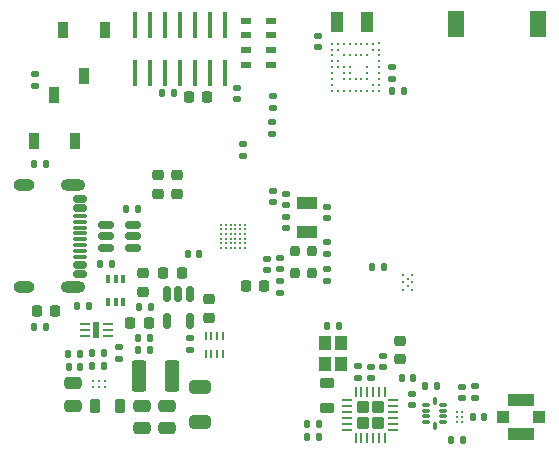
<source format=gtp>
G04 #@! TF.GenerationSoftware,KiCad,Pcbnew,8.0.1*
G04 #@! TF.CreationDate,2024-09-12T17:06:28-04:00*
G04 #@! TF.ProjectId,Digital,44696769-7461-46c2-9e6b-696361645f70,rev?*
G04 #@! TF.SameCoordinates,Original*
G04 #@! TF.FileFunction,Paste,Top*
G04 #@! TF.FilePolarity,Positive*
%FSLAX46Y46*%
G04 Gerber Fmt 4.6, Leading zero omitted, Abs format (unit mm)*
G04 Created by KiCad (PCBNEW 8.0.1) date 2024-09-12 17:06:28*
%MOMM*%
%LPD*%
G01*
G04 APERTURE LIST*
G04 Aperture macros list*
%AMRoundRect*
0 Rectangle with rounded corners*
0 $1 Rounding radius*
0 $2 $3 $4 $5 $6 $7 $8 $9 X,Y pos of 4 corners*
0 Add a 4 corners polygon primitive as box body*
4,1,4,$2,$3,$4,$5,$6,$7,$8,$9,$2,$3,0*
0 Add four circle primitives for the rounded corners*
1,1,$1+$1,$2,$3*
1,1,$1+$1,$4,$5*
1,1,$1+$1,$6,$7*
1,1,$1+$1,$8,$9*
0 Add four rect primitives between the rounded corners*
20,1,$1+$1,$2,$3,$4,$5,0*
20,1,$1+$1,$4,$5,$6,$7,0*
20,1,$1+$1,$6,$7,$8,$9,0*
20,1,$1+$1,$8,$9,$2,$3,0*%
G04 Aperture macros list end*
%ADD10C,0.270000*%
%ADD11RoundRect,0.218750X-0.218750X-0.381250X0.218750X-0.381250X0.218750X0.381250X-0.218750X0.381250X0*%
%ADD12RoundRect,0.225000X0.250000X-0.225000X0.250000X0.225000X-0.250000X0.225000X-0.250000X-0.225000X0*%
%ADD13RoundRect,0.135000X-0.135000X-0.185000X0.135000X-0.185000X0.135000X0.185000X-0.135000X0.185000X0*%
%ADD14R,0.950000X0.550000*%
%ADD15C,0.200000*%
%ADD16RoundRect,0.140000X-0.170000X0.140000X-0.170000X-0.140000X0.170000X-0.140000X0.170000X0.140000X0*%
%ADD17C,0.250000*%
%ADD18R,1.000000X1.150000*%
%ADD19RoundRect,0.135000X0.185000X-0.135000X0.185000X0.135000X-0.185000X0.135000X-0.185000X-0.135000X0*%
%ADD20RoundRect,0.140000X0.140000X0.170000X-0.140000X0.170000X-0.140000X-0.170000X0.140000X-0.170000X0*%
%ADD21RoundRect,0.225000X0.225000X0.250000X-0.225000X0.250000X-0.225000X-0.250000X0.225000X-0.250000X0*%
%ADD22RoundRect,0.135000X0.135000X0.185000X-0.135000X0.185000X-0.135000X-0.185000X0.135000X-0.185000X0*%
%ADD23R,1.000000X1.000000*%
%ADD24R,2.200000X1.050000*%
%ADD25RoundRect,0.140000X-0.140000X-0.170000X0.140000X-0.170000X0.140000X0.170000X-0.140000X0.170000X0*%
%ADD26RoundRect,0.150000X-0.150000X0.512500X-0.150000X-0.512500X0.150000X-0.512500X0.150000X0.512500X0*%
%ADD27R,0.811200X1.406398*%
%ADD28RoundRect,0.140000X0.170000X-0.140000X0.170000X0.140000X-0.170000X0.140000X-0.170000X-0.140000X0*%
%ADD29R,1.362800X2.259800*%
%ADD30RoundRect,0.150000X0.512500X0.150000X-0.512500X0.150000X-0.512500X-0.150000X0.512500X-0.150000X0*%
%ADD31RoundRect,0.135000X-0.185000X0.135000X-0.185000X-0.135000X0.185000X-0.135000X0.185000X0.135000X0*%
%ADD32RoundRect,0.218750X0.218750X0.256250X-0.218750X0.256250X-0.218750X-0.256250X0.218750X-0.256250X0*%
%ADD33RoundRect,0.225000X-0.250000X0.225000X-0.250000X-0.225000X0.250000X-0.225000X0.250000X0.225000X0*%
%ADD34R,0.804800X0.249200*%
%ADD35R,0.610000X1.420000*%
%ADD36RoundRect,0.250000X-0.475000X0.250000X-0.475000X-0.250000X0.475000X-0.250000X0.475000X0.250000X0*%
%ADD37R,0.228600X0.711200*%
%ADD38RoundRect,0.250000X-0.275000X0.275000X-0.275000X-0.275000X0.275000X-0.275000X0.275000X0.275000X0*%
%ADD39RoundRect,0.062500X-0.062500X0.350000X-0.062500X-0.350000X0.062500X-0.350000X0.062500X0.350000X0*%
%ADD40RoundRect,0.062500X-0.350000X0.062500X-0.350000X-0.062500X0.350000X-0.062500X0.350000X0.062500X0*%
%ADD41RoundRect,0.218750X-0.381250X0.218750X-0.381250X-0.218750X0.381250X-0.218750X0.381250X0.218750X0*%
%ADD42C,0.279400*%
%ADD43RoundRect,0.100000X-0.100000X0.225000X-0.100000X-0.225000X0.100000X-0.225000X0.100000X0.225000X0*%
%ADD44RoundRect,0.147500X-0.172500X0.147500X-0.172500X-0.147500X0.172500X-0.147500X0.172500X0.147500X0*%
%ADD45RoundRect,0.225000X-0.225000X-0.250000X0.225000X-0.250000X0.225000X0.250000X-0.225000X0.250000X0*%
%ADD46RoundRect,0.200000X0.200000X0.250000X-0.200000X0.250000X-0.200000X-0.250000X0.200000X-0.250000X0*%
%ADD47R,0.356400X2.177999*%
%ADD48RoundRect,0.075000X-0.225000X-0.075000X0.225000X-0.075000X0.225000X0.075000X-0.225000X0.075000X0*%
%ADD49RoundRect,0.075000X-0.075000X-0.237500X0.075000X-0.237500X0.075000X0.237500X-0.075000X0.237500X0*%
%ADD50R,1.000000X1.800000*%
%ADD51RoundRect,0.150000X-0.425000X0.150000X-0.425000X-0.150000X0.425000X-0.150000X0.425000X0.150000X0*%
%ADD52RoundRect,0.075000X-0.500000X0.075000X-0.500000X-0.075000X0.500000X-0.075000X0.500000X0.075000X0*%
%ADD53O,2.100000X1.000000*%
%ADD54O,1.800000X1.000000*%
%ADD55R,1.800000X1.000000*%
%ADD56RoundRect,0.250000X-0.650000X0.325000X-0.650000X-0.325000X0.650000X-0.325000X0.650000X0.325000X0*%
%ADD57RoundRect,0.250000X-0.375000X-1.075000X0.375000X-1.075000X0.375000X1.075000X-0.375000X1.075000X0*%
G04 APERTURE END LIST*
D10*
X178000000Y-117680000D03*
X178500000Y-117680000D03*
X179000000Y-117680000D03*
X179500000Y-117680000D03*
X180000000Y-117680000D03*
X180500000Y-117680000D03*
X181000000Y-117680000D03*
X181500000Y-117680000D03*
X182010711Y-117668389D03*
X178000000Y-118180000D03*
X178500000Y-118180000D03*
X181500000Y-118180000D03*
X182000000Y-118180000D03*
X178000000Y-118680000D03*
X179000000Y-118680000D03*
X179500000Y-118680000D03*
X180000000Y-118680000D03*
X180500000Y-118680000D03*
X181000000Y-118680000D03*
X182000000Y-118680000D03*
X178000000Y-119180000D03*
X178500000Y-119180000D03*
X182000000Y-119180000D03*
X178000000Y-119680000D03*
X178500000Y-119680000D03*
X179000000Y-119680000D03*
X179500000Y-119680000D03*
X181000000Y-119680000D03*
X182000000Y-119680000D03*
X178000000Y-120180000D03*
X179000000Y-120180000D03*
X179500000Y-120180000D03*
X181000000Y-120180000D03*
X182000000Y-120180000D03*
X178000000Y-120680000D03*
X179000000Y-120680000D03*
X179500000Y-120680000D03*
X180000000Y-120680000D03*
X180500000Y-120680000D03*
X181000000Y-120680000D03*
X182000000Y-120680000D03*
X178000000Y-121180000D03*
X181500000Y-121180000D03*
X182000000Y-121180000D03*
X178000000Y-121680000D03*
X178500000Y-121680000D03*
X179000000Y-121680000D03*
X179500000Y-121680000D03*
X180000000Y-121680000D03*
X180500000Y-121680000D03*
X181000000Y-121680000D03*
X181500000Y-121680000D03*
X182000000Y-121680000D03*
D11*
X157937500Y-148400000D03*
X160062500Y-148400000D03*
D12*
X163300000Y-130375000D03*
X163300000Y-128825000D03*
D13*
X158390000Y-136300000D03*
X159410000Y-136300000D03*
D14*
X172875000Y-119475000D03*
X172875000Y-118225000D03*
X172875000Y-116975000D03*
X172875000Y-115725000D03*
X170725000Y-115725000D03*
X170725000Y-116975000D03*
X170725000Y-118225000D03*
X170725000Y-119475000D03*
D15*
X184800000Y-138500000D03*
X184000000Y-138500000D03*
X184400000Y-138200000D03*
X184800000Y-137900000D03*
X184000000Y-137900000D03*
X184400000Y-137600000D03*
X184800000Y-137300000D03*
X184000000Y-137300000D03*
D16*
X174100000Y-130420000D03*
X174100000Y-131380000D03*
D17*
X188600000Y-148900000D03*
X188600000Y-149300000D03*
X188600000Y-149700000D03*
X189000000Y-148900000D03*
X189000000Y-149300000D03*
X189000000Y-149700000D03*
D18*
X177400000Y-143025000D03*
X177400000Y-144775000D03*
X178800000Y-144775000D03*
X178800000Y-143025000D03*
D19*
X160000000Y-144410000D03*
X160000000Y-143390000D03*
D20*
X176880000Y-149900000D03*
X175920000Y-149900000D03*
D13*
X157690000Y-145000000D03*
X158710000Y-145000000D03*
D20*
X176880000Y-151000000D03*
X175920000Y-151000000D03*
D21*
X167450000Y-122200000D03*
X165900000Y-122200000D03*
D17*
X168618200Y-133000000D03*
X169018200Y-133000000D03*
X169418200Y-133000000D03*
X169818200Y-133000000D03*
X170218200Y-133000000D03*
X170618200Y-133000000D03*
X168618200Y-133400000D03*
X169018200Y-133400000D03*
X169418200Y-133400000D03*
X169818200Y-133400000D03*
X170218200Y-133400000D03*
X170618200Y-133400000D03*
X168618200Y-133800000D03*
X169018200Y-133800000D03*
X169418200Y-133800000D03*
X169818200Y-133800000D03*
X170218200Y-133800000D03*
X170618200Y-133800000D03*
X168618200Y-134200000D03*
X169018200Y-134200000D03*
X169418200Y-134200000D03*
X169818200Y-134200000D03*
X170218200Y-134200000D03*
X170618200Y-134200000D03*
X168618200Y-134600000D03*
X169018200Y-134600000D03*
X169418200Y-134600000D03*
X169818200Y-134600000D03*
X170218200Y-134600000D03*
X170618200Y-134600000D03*
X168618200Y-135000000D03*
X169018200Y-135000000D03*
X169418200Y-135000000D03*
X169818200Y-135000000D03*
X170218200Y-135000000D03*
X170618200Y-135000000D03*
D22*
X162610000Y-142600000D03*
X161590000Y-142600000D03*
X162710000Y-140000000D03*
X161690000Y-140000000D03*
D23*
X192500000Y-149300000D03*
D24*
X194000000Y-147825000D03*
D23*
X195500000Y-149300000D03*
D24*
X194000000Y-150775000D03*
D25*
X189920000Y-149300000D03*
X190880000Y-149300000D03*
D26*
X165950000Y-138862500D03*
X165000000Y-138862500D03*
X164050000Y-138862500D03*
X164050000Y-141137500D03*
X165950000Y-141137500D03*
D12*
X164900000Y-130375000D03*
X164900000Y-128825000D03*
D13*
X163590000Y-121900000D03*
X164610000Y-121900000D03*
D20*
X184880000Y-146000000D03*
X183920000Y-146000000D03*
D27*
X152749998Y-125942300D03*
X156250002Y-125942300D03*
X154500000Y-122057700D03*
D20*
X178580000Y-141600000D03*
X177620000Y-141600000D03*
D28*
X182300000Y-145080000D03*
X182300000Y-144120000D03*
D29*
X195462701Y-116000000D03*
X188537299Y-116000000D03*
D16*
X173600000Y-137820000D03*
X173600000Y-138780000D03*
D19*
X173000000Y-123110000D03*
X173000000Y-122090000D03*
X190100000Y-147710000D03*
X190100000Y-146690000D03*
D30*
X161137500Y-134950000D03*
X161137500Y-134000000D03*
X161137500Y-133050000D03*
X158862500Y-133050000D03*
X158862500Y-134000000D03*
X158862500Y-134950000D03*
D31*
X166000000Y-142590000D03*
X166000000Y-143610000D03*
D19*
X177600000Y-135510000D03*
X177600000Y-134490000D03*
D32*
X154587500Y-140300000D03*
X153012500Y-140300000D03*
D22*
X153810000Y-127900000D03*
X152790000Y-127900000D03*
D33*
X162000000Y-137125000D03*
X162000000Y-138675000D03*
D28*
X173000000Y-131080000D03*
X173000000Y-130120000D03*
D20*
X182380000Y-136600000D03*
X181420000Y-136600000D03*
D27*
X158750002Y-116500000D03*
X155249998Y-116500000D03*
X157000000Y-120384600D03*
D16*
X170000000Y-121420000D03*
X170000000Y-122380000D03*
D28*
X176800000Y-117960000D03*
X176800000Y-117000000D03*
D34*
X157095198Y-141400002D03*
X157095198Y-141900001D03*
X157095198Y-142400000D03*
X159000000Y-142400000D03*
X159000000Y-141900001D03*
X159000000Y-141400002D03*
D35*
X158047599Y-141900001D03*
D36*
X164000000Y-148350000D03*
X164000000Y-150250000D03*
D25*
X155720000Y-145100000D03*
X156680000Y-145100000D03*
D12*
X183800000Y-144375000D03*
X183800000Y-142825000D03*
D28*
X189000000Y-147680000D03*
X189000000Y-146720000D03*
D16*
X172500000Y-135920000D03*
X172500000Y-136880000D03*
D13*
X183090000Y-121680000D03*
X184110000Y-121680000D03*
X155690000Y-144000000D03*
X156710000Y-144000000D03*
D16*
X174100000Y-132320000D03*
X174100000Y-133280000D03*
D37*
X168800000Y-142400000D03*
X168299874Y-142400000D03*
X167799748Y-142400000D03*
X167299622Y-142400000D03*
X167299622Y-144000200D03*
X167799748Y-144000200D03*
X168299874Y-144000200D03*
X168800000Y-144000200D03*
D13*
X160590000Y-131700000D03*
X161610000Y-131700000D03*
D19*
X152900000Y-121310000D03*
X152900000Y-120290000D03*
D31*
X180200000Y-144990000D03*
X180200000Y-146010000D03*
D38*
X181900000Y-148487500D03*
X180600000Y-148487500D03*
X181900000Y-149787500D03*
X180600000Y-149787500D03*
D39*
X182500000Y-147200000D03*
X182000000Y-147200000D03*
X181500000Y-147200000D03*
X181000000Y-147200000D03*
X180500000Y-147200000D03*
X180000000Y-147200000D03*
D40*
X179312500Y-147887500D03*
X179312500Y-148387500D03*
X179312500Y-148887500D03*
X179312500Y-149387500D03*
X179312500Y-149887500D03*
X179312500Y-150387500D03*
D39*
X180000000Y-151075000D03*
X180500000Y-151075000D03*
X181000000Y-151075000D03*
X181500000Y-151075000D03*
X182000000Y-151075000D03*
X182500000Y-151075000D03*
D40*
X183187500Y-150387500D03*
X183187500Y-149887500D03*
X183187500Y-149387500D03*
X183187500Y-148887500D03*
X183187500Y-148387500D03*
X183187500Y-147887500D03*
D41*
X177600000Y-146437500D03*
X177600000Y-148562500D03*
D13*
X161590000Y-143600000D03*
X162610000Y-143600000D03*
D42*
X158800000Y-146250000D03*
X158800000Y-146750000D03*
X158300000Y-146250000D03*
X158300000Y-146750000D03*
X157800000Y-146250000D03*
X157800000Y-146750000D03*
D36*
X161900000Y-148350000D03*
X161900000Y-150250000D03*
D13*
X157690000Y-143900000D03*
X158710000Y-143900000D03*
D19*
X183100000Y-120690000D03*
X183100000Y-119670000D03*
D31*
X170500000Y-126190000D03*
X170500000Y-127210000D03*
D43*
X160350000Y-137650000D03*
X159700000Y-137650000D03*
X159050000Y-137650000D03*
X159050000Y-139550000D03*
X159700000Y-139550000D03*
X160350000Y-139550000D03*
D20*
X189080000Y-151200000D03*
X188120000Y-151200000D03*
D44*
X173600000Y-135815000D03*
X173600000Y-136785000D03*
D16*
X181300000Y-145020000D03*
X181300000Y-145980000D03*
D28*
X177600000Y-137760000D03*
X177600000Y-136800000D03*
X177600000Y-132480000D03*
X177600000Y-131520000D03*
D45*
X163725000Y-137100000D03*
X165275000Y-137100000D03*
D46*
X176325000Y-137125000D03*
X176325000Y-135275000D03*
X174875000Y-135275000D03*
X174875000Y-137125000D03*
D44*
X184800000Y-147315000D03*
X184800000Y-148285000D03*
D21*
X172275000Y-138200000D03*
X170725000Y-138200000D03*
D47*
X168910000Y-120132000D03*
X168910000Y-116068000D03*
X167640000Y-120132000D03*
X167640000Y-116068000D03*
X166370000Y-120132000D03*
X166370000Y-116068000D03*
X165100000Y-120132000D03*
X165100000Y-116068000D03*
X163830000Y-120132000D03*
X163830000Y-116068000D03*
X162560000Y-120132000D03*
X162560000Y-116068000D03*
X161290000Y-120132000D03*
X161290000Y-116068000D03*
D22*
X157410000Y-139900000D03*
X156390000Y-139900000D03*
D25*
X185920000Y-146700000D03*
X186880000Y-146700000D03*
D36*
X156100000Y-146450000D03*
X156100000Y-148350000D03*
D22*
X153810000Y-141700000D03*
X152790000Y-141700000D03*
D45*
X160925000Y-141300000D03*
X162475000Y-141300000D03*
D48*
X186000000Y-148250000D03*
X186000000Y-148750000D03*
X186000000Y-149250000D03*
X186000000Y-149750000D03*
D49*
X186700000Y-150062500D03*
D48*
X187400000Y-149750000D03*
X187400000Y-149250000D03*
X187400000Y-148750000D03*
X187400000Y-148250000D03*
D49*
X186700000Y-147937500D03*
D50*
X180950000Y-115880000D03*
X178450000Y-115880000D03*
D12*
X167600000Y-140875000D03*
X167600000Y-139325000D03*
D19*
X172900000Y-125310000D03*
X172900000Y-124290000D03*
D51*
X156680000Y-130800000D03*
X156680000Y-131600000D03*
D52*
X156680000Y-132750000D03*
X156680000Y-133750000D03*
X156680000Y-134250000D03*
X156680000Y-135250000D03*
D51*
X156680000Y-136400000D03*
X156680000Y-137200000D03*
X156680000Y-137200000D03*
X156680000Y-136400000D03*
D52*
X156680000Y-135750000D03*
X156680000Y-134750000D03*
X156680000Y-133250000D03*
X156680000Y-132250000D03*
D51*
X156680000Y-131600000D03*
X156680000Y-130800000D03*
D53*
X156105000Y-129680000D03*
D54*
X151925000Y-129680000D03*
D53*
X156105000Y-138320000D03*
D54*
X151925000Y-138320000D03*
D20*
X166780000Y-135500000D03*
X165820000Y-135500000D03*
D55*
X175900000Y-131150000D03*
X175900000Y-133650000D03*
D56*
X166800000Y-146725000D03*
X166800000Y-149675000D03*
D57*
X161700000Y-145800000D03*
X164500000Y-145800000D03*
M02*

</source>
